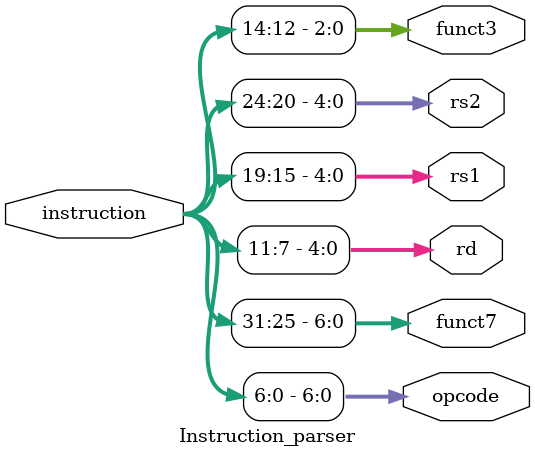
<source format=v>
module Instruction_parser
(
	input [31:0] instruction,
	output reg [6:0] opcode, funct7,
	output reg [4:0] rd, rs1, rs2,
	output reg [2:0] funct3
);

always @(instruction)
begin
	opcode=instruction[6:0];
	rd=instruction[11:7];
	funct3=instruction[14:12];
	rs1=instruction[19:15];
	rs2=instruction[24:20];
	funct7=instruction[31:25];
end

endmodule
</source>
